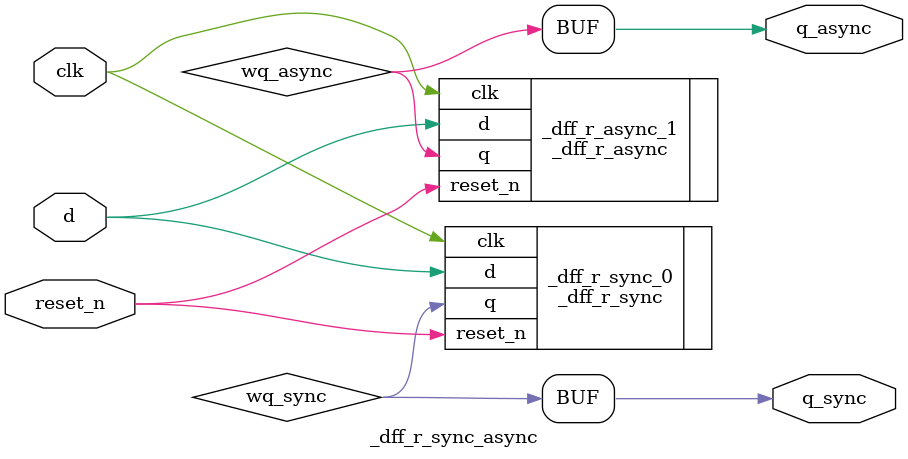
<source format=v>
module _dff_r_sync_async(clk, reset_n, d, q_sync, q_async); //synchronous and asynchronous
  input clk, reset_n, d;
  output q_sync, q_async;
  wire wq_sync, wq_async;
  
  //instance
  _dff_r_sync _dff_r_sync_0(.clk(clk), .reset_n(reset_n), .d(d), .q(wq_sync)); //synchronous
  _dff_r_async _dff_r_async_1(.clk(clk), .reset_n(reset_n), .d(d), .q(wq_async)); //asynchronous
  
  assign q_sync = wq_sync;
  assign q_async = wq_async;
  
endmodule

</source>
